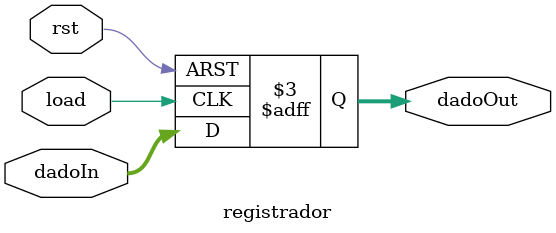
<source format=v>
module registrador (load, rst, dadoIn, dadoOut);
input load, rst;
input [7:0] dadoIn;
output reg [7:0] dadoOut;	

always@(posedge load or negedge rst)
	if(!rst)
		dadoOut <= 0;
	else
		dadoOut <= dadoIn;
endmodule

</source>
